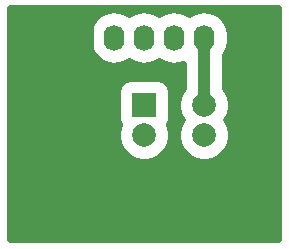
<source format=gbr>
G04 #@! TF.GenerationSoftware,KiCad,Pcbnew,(5.1.2)-2*
G04 #@! TF.CreationDate,2019-12-14T12:33:53+00:00*
G04 #@! TF.ProjectId,PlutoPTT,506c7574-6f50-4545-942e-6b696361645f,rev?*
G04 #@! TF.SameCoordinates,Original*
G04 #@! TF.FileFunction,Copper,L2,Bot*
G04 #@! TF.FilePolarity,Positive*
%FSLAX46Y46*%
G04 Gerber Fmt 4.6, Leading zero omitted, Abs format (unit mm)*
G04 Created by KiCad (PCBNEW (5.1.2)-2) date 2019-12-14 12:33:53*
%MOMM*%
%LPD*%
G04 APERTURE LIST*
%ADD10R,1.740000X2.200000*%
%ADD11O,1.740000X2.200000*%
%ADD12C,2.000000*%
%ADD13R,2.000000X2.000000*%
%ADD14C,2.700000*%
%ADD15C,0.800000*%
%ADD16C,1.000000*%
%ADD17C,0.500000*%
G04 APERTURE END LIST*
D10*
X64770000Y-41275000D03*
D11*
X67310000Y-41275000D03*
X69850000Y-41275000D03*
X72390000Y-41275000D03*
X74930000Y-41275000D03*
D12*
X74930000Y-46990000D03*
X74930000Y-49530000D03*
D13*
X69850000Y-46990000D03*
D12*
X69850000Y-49530000D03*
X74930000Y-57150000D03*
X69850000Y-57150000D03*
D14*
X59690000Y-40005000D03*
X80010000Y-40005000D03*
X80010000Y-57150000D03*
X59690000Y-57150000D03*
D15*
X59817000Y-49911000D03*
X65974000Y-53070000D03*
D16*
X74930000Y-41275000D02*
X74930000Y-46990000D01*
D17*
G36*
X81250000Y-58390000D02*
G01*
X58450000Y-58390000D01*
X58450000Y-45990000D01*
X67593952Y-45990000D01*
X67593952Y-47990000D01*
X67618087Y-48235043D01*
X67689563Y-48470669D01*
X67781872Y-48643368D01*
X67686466Y-48873699D01*
X67600000Y-49308394D01*
X67600000Y-49751606D01*
X67686466Y-50186301D01*
X67856076Y-50595775D01*
X68102311Y-50964292D01*
X68415708Y-51277689D01*
X68784225Y-51523924D01*
X69193699Y-51693534D01*
X69628394Y-51780000D01*
X70071606Y-51780000D01*
X70506301Y-51693534D01*
X70915775Y-51523924D01*
X71284292Y-51277689D01*
X71597689Y-50964292D01*
X71843924Y-50595775D01*
X72013534Y-50186301D01*
X72100000Y-49751606D01*
X72100000Y-49308394D01*
X72013534Y-48873699D01*
X71918128Y-48643368D01*
X72010437Y-48470669D01*
X72081913Y-48235043D01*
X72106048Y-47990000D01*
X72106048Y-45990000D01*
X72081913Y-45744957D01*
X72010437Y-45509331D01*
X71894366Y-45292177D01*
X71738160Y-45101840D01*
X71547823Y-44945634D01*
X71330669Y-44829563D01*
X71095043Y-44758087D01*
X70850000Y-44733952D01*
X68850000Y-44733952D01*
X68604957Y-44758087D01*
X68369331Y-44829563D01*
X68152177Y-44945634D01*
X67961840Y-45101840D01*
X67805634Y-45292177D01*
X67689563Y-45509331D01*
X67618087Y-45744957D01*
X67593952Y-45990000D01*
X58450000Y-45990000D01*
X58450000Y-40940859D01*
X65190000Y-40940859D01*
X65190000Y-41609142D01*
X65220675Y-41920593D01*
X65341899Y-42320214D01*
X65538756Y-42688507D01*
X65803682Y-43011319D01*
X66126494Y-43276244D01*
X66494787Y-43473101D01*
X66894408Y-43594325D01*
X67310000Y-43635257D01*
X67725593Y-43594325D01*
X68125214Y-43473101D01*
X68493507Y-43276244D01*
X68580001Y-43205261D01*
X68666494Y-43276244D01*
X69034787Y-43473101D01*
X69434408Y-43594325D01*
X69850000Y-43635257D01*
X70265593Y-43594325D01*
X70665214Y-43473101D01*
X71033507Y-43276244D01*
X71120001Y-43205261D01*
X71206494Y-43276244D01*
X71574787Y-43473101D01*
X71974408Y-43594325D01*
X72390000Y-43635257D01*
X72805593Y-43594325D01*
X73180000Y-43480749D01*
X73180001Y-45559166D01*
X72936076Y-45924225D01*
X72766466Y-46333699D01*
X72680000Y-46768394D01*
X72680000Y-47211606D01*
X72766466Y-47646301D01*
X72936076Y-48055775D01*
X73072535Y-48260000D01*
X72936076Y-48464225D01*
X72766466Y-48873699D01*
X72680000Y-49308394D01*
X72680000Y-49751606D01*
X72766466Y-50186301D01*
X72936076Y-50595775D01*
X73182311Y-50964292D01*
X73495708Y-51277689D01*
X73864225Y-51523924D01*
X74273699Y-51693534D01*
X74708394Y-51780000D01*
X75151606Y-51780000D01*
X75586301Y-51693534D01*
X75995775Y-51523924D01*
X76364292Y-51277689D01*
X76677689Y-50964292D01*
X76923924Y-50595775D01*
X77093534Y-50186301D01*
X77180000Y-49751606D01*
X77180000Y-49308394D01*
X77093534Y-48873699D01*
X76923924Y-48464225D01*
X76787465Y-48260000D01*
X76923924Y-48055775D01*
X77093534Y-47646301D01*
X77180000Y-47211606D01*
X77180000Y-46768394D01*
X77093534Y-46333699D01*
X76923924Y-45924225D01*
X76680000Y-45559167D01*
X76680000Y-42714393D01*
X76701244Y-42688507D01*
X76898101Y-42320213D01*
X77019325Y-41920592D01*
X77050000Y-41609141D01*
X77050000Y-40940858D01*
X77019325Y-40629407D01*
X76898101Y-40229786D01*
X76701244Y-39861493D01*
X76436319Y-39538681D01*
X76113507Y-39273756D01*
X75745213Y-39076899D01*
X75345592Y-38955675D01*
X74930000Y-38914743D01*
X74514407Y-38955675D01*
X74114786Y-39076899D01*
X73746493Y-39273756D01*
X73660000Y-39344739D01*
X73573507Y-39273756D01*
X73205213Y-39076899D01*
X72805592Y-38955675D01*
X72390000Y-38914743D01*
X71974407Y-38955675D01*
X71574786Y-39076899D01*
X71206493Y-39273756D01*
X71120000Y-39344739D01*
X71033507Y-39273756D01*
X70665213Y-39076899D01*
X70265592Y-38955675D01*
X69850000Y-38914743D01*
X69434407Y-38955675D01*
X69034786Y-39076899D01*
X68666493Y-39273756D01*
X68580000Y-39344739D01*
X68493507Y-39273756D01*
X68125213Y-39076899D01*
X67725592Y-38955675D01*
X67310000Y-38914743D01*
X66894407Y-38955675D01*
X66494786Y-39076899D01*
X66126493Y-39273756D01*
X65803681Y-39538681D01*
X65538756Y-39861493D01*
X65341899Y-40229787D01*
X65220675Y-40629408D01*
X65190000Y-40940859D01*
X58450000Y-40940859D01*
X58450000Y-38765000D01*
X81250001Y-38765000D01*
X81250000Y-58390000D01*
X81250000Y-58390000D01*
G37*
X81250000Y-58390000D02*
X58450000Y-58390000D01*
X58450000Y-45990000D01*
X67593952Y-45990000D01*
X67593952Y-47990000D01*
X67618087Y-48235043D01*
X67689563Y-48470669D01*
X67781872Y-48643368D01*
X67686466Y-48873699D01*
X67600000Y-49308394D01*
X67600000Y-49751606D01*
X67686466Y-50186301D01*
X67856076Y-50595775D01*
X68102311Y-50964292D01*
X68415708Y-51277689D01*
X68784225Y-51523924D01*
X69193699Y-51693534D01*
X69628394Y-51780000D01*
X70071606Y-51780000D01*
X70506301Y-51693534D01*
X70915775Y-51523924D01*
X71284292Y-51277689D01*
X71597689Y-50964292D01*
X71843924Y-50595775D01*
X72013534Y-50186301D01*
X72100000Y-49751606D01*
X72100000Y-49308394D01*
X72013534Y-48873699D01*
X71918128Y-48643368D01*
X72010437Y-48470669D01*
X72081913Y-48235043D01*
X72106048Y-47990000D01*
X72106048Y-45990000D01*
X72081913Y-45744957D01*
X72010437Y-45509331D01*
X71894366Y-45292177D01*
X71738160Y-45101840D01*
X71547823Y-44945634D01*
X71330669Y-44829563D01*
X71095043Y-44758087D01*
X70850000Y-44733952D01*
X68850000Y-44733952D01*
X68604957Y-44758087D01*
X68369331Y-44829563D01*
X68152177Y-44945634D01*
X67961840Y-45101840D01*
X67805634Y-45292177D01*
X67689563Y-45509331D01*
X67618087Y-45744957D01*
X67593952Y-45990000D01*
X58450000Y-45990000D01*
X58450000Y-40940859D01*
X65190000Y-40940859D01*
X65190000Y-41609142D01*
X65220675Y-41920593D01*
X65341899Y-42320214D01*
X65538756Y-42688507D01*
X65803682Y-43011319D01*
X66126494Y-43276244D01*
X66494787Y-43473101D01*
X66894408Y-43594325D01*
X67310000Y-43635257D01*
X67725593Y-43594325D01*
X68125214Y-43473101D01*
X68493507Y-43276244D01*
X68580001Y-43205261D01*
X68666494Y-43276244D01*
X69034787Y-43473101D01*
X69434408Y-43594325D01*
X69850000Y-43635257D01*
X70265593Y-43594325D01*
X70665214Y-43473101D01*
X71033507Y-43276244D01*
X71120001Y-43205261D01*
X71206494Y-43276244D01*
X71574787Y-43473101D01*
X71974408Y-43594325D01*
X72390000Y-43635257D01*
X72805593Y-43594325D01*
X73180000Y-43480749D01*
X73180001Y-45559166D01*
X72936076Y-45924225D01*
X72766466Y-46333699D01*
X72680000Y-46768394D01*
X72680000Y-47211606D01*
X72766466Y-47646301D01*
X72936076Y-48055775D01*
X73072535Y-48260000D01*
X72936076Y-48464225D01*
X72766466Y-48873699D01*
X72680000Y-49308394D01*
X72680000Y-49751606D01*
X72766466Y-50186301D01*
X72936076Y-50595775D01*
X73182311Y-50964292D01*
X73495708Y-51277689D01*
X73864225Y-51523924D01*
X74273699Y-51693534D01*
X74708394Y-51780000D01*
X75151606Y-51780000D01*
X75586301Y-51693534D01*
X75995775Y-51523924D01*
X76364292Y-51277689D01*
X76677689Y-50964292D01*
X76923924Y-50595775D01*
X77093534Y-50186301D01*
X77180000Y-49751606D01*
X77180000Y-49308394D01*
X77093534Y-48873699D01*
X76923924Y-48464225D01*
X76787465Y-48260000D01*
X76923924Y-48055775D01*
X77093534Y-47646301D01*
X77180000Y-47211606D01*
X77180000Y-46768394D01*
X77093534Y-46333699D01*
X76923924Y-45924225D01*
X76680000Y-45559167D01*
X76680000Y-42714393D01*
X76701244Y-42688507D01*
X76898101Y-42320213D01*
X77019325Y-41920592D01*
X77050000Y-41609141D01*
X77050000Y-40940858D01*
X77019325Y-40629407D01*
X76898101Y-40229786D01*
X76701244Y-39861493D01*
X76436319Y-39538681D01*
X76113507Y-39273756D01*
X75745213Y-39076899D01*
X75345592Y-38955675D01*
X74930000Y-38914743D01*
X74514407Y-38955675D01*
X74114786Y-39076899D01*
X73746493Y-39273756D01*
X73660000Y-39344739D01*
X73573507Y-39273756D01*
X73205213Y-39076899D01*
X72805592Y-38955675D01*
X72390000Y-38914743D01*
X71974407Y-38955675D01*
X71574786Y-39076899D01*
X71206493Y-39273756D01*
X71120000Y-39344739D01*
X71033507Y-39273756D01*
X70665213Y-39076899D01*
X70265592Y-38955675D01*
X69850000Y-38914743D01*
X69434407Y-38955675D01*
X69034786Y-39076899D01*
X68666493Y-39273756D01*
X68580000Y-39344739D01*
X68493507Y-39273756D01*
X68125213Y-39076899D01*
X67725592Y-38955675D01*
X67310000Y-38914743D01*
X66894407Y-38955675D01*
X66494786Y-39076899D01*
X66126493Y-39273756D01*
X65803681Y-39538681D01*
X65538756Y-39861493D01*
X65341899Y-40229787D01*
X65220675Y-40629408D01*
X65190000Y-40940859D01*
X58450000Y-40940859D01*
X58450000Y-38765000D01*
X81250001Y-38765000D01*
X81250000Y-58390000D01*
M02*

</source>
